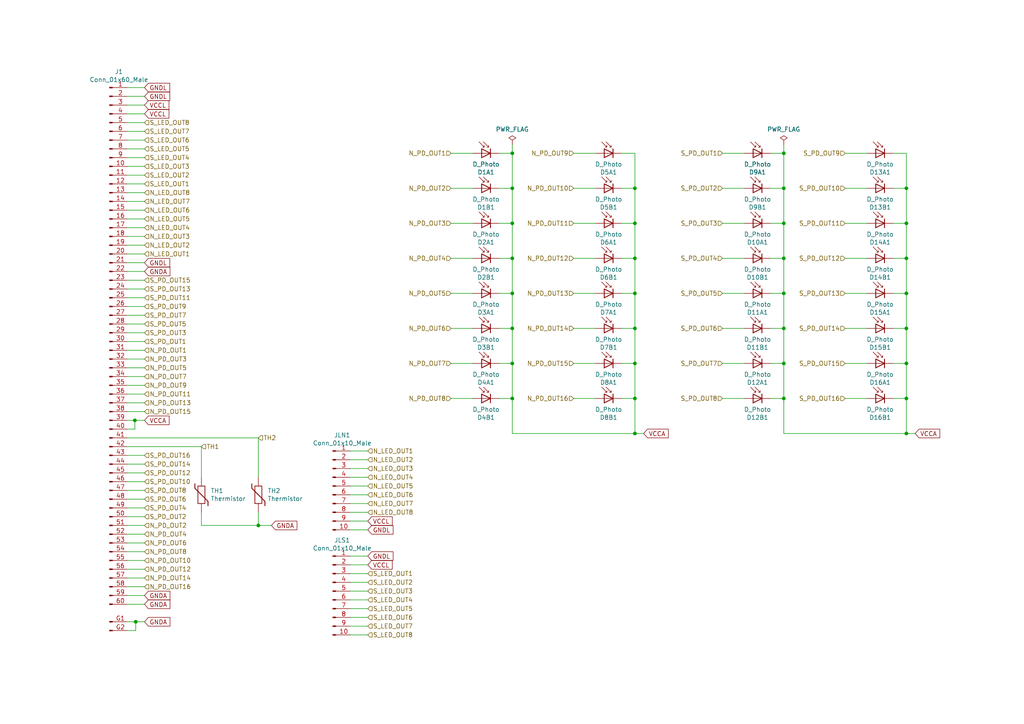
<source format=kicad_sch>
(kicad_sch (version 20211123) (generator eeschema)
  (paper "A4")
  (lib_symbols
    (symbol "Connector:Conn_01x10_Male" (pin_names (offset 1.016) hide)
      (property "Reference" "J" (at 0 12.7 0))
      (property "Value" "Conn_01x10_Male" (at 0 -15.24 0))
      (symbol "Conn_01x10_Male_1_1"
        (polyline (pts (xy 1.27 -12.7) (xy 0.8636 -12.7)) (stroke (width 0.1524)))
        (polyline (pts (xy 1.27 -10.16) (xy 0.8636 -10.16)) (stroke (width 0.1524)))
        (polyline (pts (xy 1.27 -7.62) (xy 0.8636 -7.62)) (stroke (width 0.1524)))
        (polyline (pts (xy 1.27 -5.08) (xy 0.8636 -5.08)) (stroke (width 0.1524)))
        (polyline (pts (xy 1.27 -2.54) (xy 0.8636 -2.54)) (stroke (width 0.1524)))
        (polyline (pts (xy 1.27 0) (xy 0.8636 0)) (stroke (width 0.1524)))
        (polyline (pts (xy 1.27 2.54) (xy 0.8636 2.54)) (stroke (width 0.1524)))
        (polyline (pts (xy 1.27 5.08) (xy 0.8636 5.08)) (stroke (width 0.1524)))
        (polyline (pts (xy 1.27 7.62) (xy 0.8636 7.62)) (stroke (width 0.1524)))
        (polyline (pts (xy 1.27 10.16) (xy 0.8636 10.16)) (stroke (width 0.1524)))
        (rectangle (start 0.8636 -12.573) (end 0 -12.827) (stroke (width 0.1524)) (fill (type outline)))
        (rectangle (start 0.8636 -10.033) (end 0 -10.287) (stroke (width 0.1524)) (fill (type outline)))
        (rectangle (start 0.8636 -7.493) (end 0 -7.747) (stroke (width 0.1524)) (fill (type outline)))
        (rectangle (start 0.8636 -4.953) (end 0 -5.207) (stroke (width 0.1524)) (fill (type outline)))
        (rectangle (start 0.8636 -2.413) (end 0 -2.667) (stroke (width 0.1524)) (fill (type outline)))
        (rectangle (start 0.8636 0.127) (end 0 -0.127) (stroke (width 0.1524)) (fill (type outline)))
        (rectangle (start 0.8636 2.667) (end 0 2.413) (stroke (width 0.1524)) (fill (type outline)))
        (rectangle (start 0.8636 5.207) (end 0 4.953) (stroke (width 0.1524)) (fill (type outline)))
        (rectangle (start 0.8636 7.747) (end 0 7.493) (stroke (width 0.1524)) (fill (type outline)))
        (rectangle (start 0.8636 10.287) (end 0 10.033) (stroke (width 0.1524)) (fill (type outline)))
        (pin passive line (at 5.08 10.16 180) (length 3.81) (name "Pin_1") (number "1"))
        (pin passive line (at 5.08 -12.7 180) (length 3.81) (name "Pin_10") (number "10"))
        (pin passive line (at 5.08 7.62 180) (length 3.81) (name "Pin_2") (number "2"))
        (pin passive line (at 5.08 5.08 180) (length 3.81) (name "Pin_3") (number "3"))
        (pin passive line (at 5.08 2.54 180) (length 3.81) (name "Pin_4") (number "4"))
        (pin passive line (at 5.08 0 180) (length 3.81) (name "Pin_5") (number "5"))
        (pin passive line (at 5.08 -2.54 180) (length 3.81) (name "Pin_6") (number "6"))
        (pin passive line (at 5.08 -5.08 180) (length 3.81) (name "Pin_7") (number "7"))
        (pin passive line (at 5.08 -7.62 180) (length 3.81) (name "Pin_8") (number "8"))
        (pin passive line (at 5.08 -10.16 180) (length 3.81) (name "Pin_9") (number "9"))
      )
    )
    (symbol "Device:D_Photo" (pin_numbers hide) (pin_names hide)
      (property "Reference" "D" (at 0.508 1.778 0))
      (property "Value" "D_Photo" (at -1.016 -2.794 0))
      (symbol "D_Photo_0_1"
        (polyline (pts (xy -2.54 1.27) (xy -2.54 -1.27)) (stroke (width 0.254)))
        (polyline (pts (xy -2.032 1.778) (xy -1.524 1.778)))
        (polyline (pts (xy 0 0) (xy -2.54 0)))
        (polyline (pts (xy -0.508 3.302) (xy -2.032 1.778) (xy -2.032 2.286)))
        (polyline (pts (xy 0 -1.27) (xy 0 1.27) (xy -2.54 0) (xy 0 -1.27)) (stroke (width 0.254)))
        (polyline (pts (xy 0.762 3.302) (xy -0.762 1.778) (xy -0.762 2.286) (xy -0.762 1.778) (xy -0.254 1.778)))
      )
      (symbol "D_Photo_1_1"
        (pin passive line (at -5.08 0 0) (length 2.54) (name "K") (number "1"))
        (pin passive line (at 2.54 0 180) (length 2.54) (name "A") (number "2"))
      )
    )
    (symbol "Device:Thermistor" (pin_numbers hide) (pin_names (offset 0))
      (property "Reference" "TH" (at 2.54 1.27 90))
      (property "Value" "Thermistor" (at -2.54 0 90))
      (symbol "Thermistor_0_1"
        (rectangle (start -1.016 2.54) (end 1.016 -2.54) (stroke (width 0.2032)))
        (polyline (pts (xy -1.905 3.175) (xy -1.905 1.905) (xy 1.905 -1.905) (xy 1.905 -3.175) (xy 1.905 -3.175)) (stroke (width 0.254)))
      )
      (symbol "Thermistor_1_1"
        (pin passive line (at 0 5.08 270) (length 2.54) (name "~") (number "1"))
        (pin passive line (at 0 -5.08 90) (length 2.54) (name "~") (number "2"))
      )
    )
    (symbol "Ninja-qPCR:Conn_01x60_Male" (pin_names (offset 1.016) hide)
      (property "Reference" "J" (at 0 50.8 0))
      (property "Value" "Conn_01x60_Male" (at 1.27 -113.03 0))
      (symbol "Conn_01x60_Male_1_1"
        (polyline (pts (xy 1.27 -109.22) (xy 0.8636 -109.22)) (stroke (width 0.1524)))
        (polyline (pts (xy 1.27 -106.68) (xy 0.8636 -106.68)) (stroke (width 0.1524)))
        (polyline (pts (xy 1.27 -101.6) (xy 0.8636 -101.6)) (stroke (width 0.1524)))
        (polyline (pts (xy 1.27 -99.06) (xy 0.8636 -99.06)) (stroke (width 0.1524)))
        (polyline (pts (xy 1.27 -96.52) (xy 0.8636 -96.52)) (stroke (width 0.1524)))
        (polyline (pts (xy 1.27 -93.98) (xy 0.8636 -93.98)) (stroke (width 0.1524)))
        (polyline (pts (xy 1.27 -91.44) (xy 0.8636 -91.44)) (stroke (width 0.1524)))
        (polyline (pts (xy 1.27 -88.9) (xy 0.8636 -88.9)) (stroke (width 0.1524)))
        (polyline (pts (xy 1.27 -86.36) (xy 0.8636 -86.36)) (stroke (width 0.1524)))
        (polyline (pts (xy 1.27 -83.82) (xy 0.8636 -83.82)) (stroke (width 0.1524)))
        (polyline (pts (xy 1.27 -81.28) (xy 0.8636 -81.28)) (stroke (width 0.1524)))
        (polyline (pts (xy 1.27 -78.74) (xy 0.8636 -78.74)) (stroke (width 0.1524)))
        (polyline (pts (xy 1.27 -76.2) (xy 0.8636 -76.2)) (stroke (width 0.1524)))
        (polyline (pts (xy 1.27 -73.66) (xy 0.8636 -73.66)) (stroke (width 0.1524)))
        (polyline (pts (xy 1.27 -71.12) (xy 0.8636 -71.12)) (stroke (width 0.1524)))
        (polyline (pts (xy 1.27 -68.58) (xy 0.8636 -68.58)) (stroke (width 0.1524)))
        (polyline (pts (xy 1.27 -66.04) (xy 0.8636 -66.04)) (stroke (width 0.1524)))
        (polyline (pts (xy 1.27 -63.5) (xy 0.8636 -63.5)) (stroke (width 0.1524)))
        (polyline (pts (xy 1.27 -60.96) (xy 0.8636 -60.96)) (stroke (width 0.1524)))
        (polyline (pts (xy 1.27 -58.42) (xy 0.8636 -58.42)) (stroke (width 0.1524)))
        (polyline (pts (xy 1.27 -55.88) (xy 0.8636 -55.88)) (stroke (width 0.1524)))
        (polyline (pts (xy 1.27 -53.34) (xy 0.8636 -53.34)) (stroke (width 0.1524)))
        (polyline (pts (xy 1.27 -50.8) (xy 0.8636 -50.8)) (stroke (width 0.1524)))
        (polyline (pts (xy 1.27 -48.26) (xy 0.8636 -48.26)) (stroke (width 0.1524)))
        (polyline (pts (xy 1.27 -45.72) (xy 0.8636 -45.72)) (stroke (width 0.1524)))
        (polyline (pts (xy 1.27 -43.18) (xy 0.8636 -43.18)) (stroke (width 0.1524)))
        (polyline (pts (xy 1.27 -40.64) (xy 0.8636 -40.64)) (stroke (width 0.1524)))
        (polyline (pts (xy 1.27 -38.1) (xy 0.8636 -38.1)) (stroke (width 0.1524)))
        (polyline (pts (xy 1.27 -35.56) (xy 0.8636 -35.56)) (stroke (width 0.1524)))
        (polyline (pts (xy 1.27 -33.02) (xy 0.8636 -33.02)) (stroke (width 0.1524)))
        (polyline (pts (xy 1.27 -30.48) (xy 0.8636 -30.48)) (stroke (width 0.1524)))
        (polyline (pts (xy 1.27 -27.94) (xy 0.8636 -27.94)) (stroke (width 0.1524)))
        (polyline (pts (xy 1.27 -25.4) (xy 0.8636 -25.4)) (stroke (width 0.1524)))
        (polyline (pts (xy 1.27 -22.86) (xy 0.8636 -22.86)) (stroke (width 0.1524)))
        (polyline (pts (xy 1.27 -20.32) (xy 0.8636 -20.32)) (stroke (width 0.1524)))
        (polyline (pts (xy 1.27 -17.78) (xy 0.8636 -17.78)) (stroke (width 0.1524)))
        (polyline (pts (xy 1.27 -15.24) (xy 0.8636 -15.24)) (stroke (width 0.1524)))
        (polyline (pts (xy 1.27 -12.7) (xy 0.8636 -12.7)) (stroke (width 0.1524)))
        (polyline (pts (xy 1.27 -10.16) (xy 0.8636 -10.16)) (stroke (width 0.1524)))
        (polyline (pts (xy 1.27 -7.62) (xy 0.8636 -7.62)) (stroke (width 0.1524)))
        (polyline (pts (xy 1.27 -5.08) (xy 0.8636 -5.08)) (stroke (width 0.1524)))
        (polyline (pts (xy 1.27 -2.54) (xy 0.8636 -2.54)) (stroke (width 0.1524)))
        (polyline (pts (xy 1.27 0) (xy 0.8636 0)) (stroke (width 0.1524)))
        (polyline (pts (xy 1.27 2.54) (xy 0.8636 2.54)) (stroke (width 0.1524)))
        (polyline (pts (xy 1.27 5.08) (xy 0.8636 5.08)) (stroke (width 0.1524)))
        (polyline (pts (xy 1.27 7.62) (xy 0.8636 7.62)) (stroke (width 0.1524)))
        (polyline (pts (xy 1.27 10.16) (xy 0.8636 10.16)) (stroke (width 0.1524)))
        (polyline (pts (xy 1.27 12.7) (xy 0.8636 12.7)) (stroke (width 0.1524)))
        (polyline (pts (xy 1.27 15.24) (xy 0.8636 15.24)) (stroke (width 0.1524)))
        (polyline (pts (xy 1.27 17.78) (xy 0.8636 17.78)) (stroke (width 0.1524)))
        (polyline (pts (xy 1.27 20.32) (xy 0.8636 20.32)) (stroke (width 0.1524)))
        (polyline (pts (xy 1.27 22.86) (xy 0.8636 22.86)) (stroke (width 0.1524)))
        (polyline (pts (xy 1.27 25.4) (xy 0.8636 25.4)) (stroke (width 0.1524)))
        (polyline (pts (xy 1.27 27.94) (xy 0.8636 27.94)) (stroke (width 0.1524)))
        (polyline (pts (xy 1.27 30.48) (xy 0.8636 30.48)) (stroke (width 0.1524)))
        (polyline (pts (xy 1.27 33.02) (xy 0.8636 33.02)) (stroke (width 0.1524)))
        (polyline (pts (xy 1.27 35.56) (xy 0.8636 35.56)) (stroke (width 0.1524)))
        (polyline (pts (xy 1.27 38.1) (xy 0.8636 38.1)) (stroke (width 0.1524)))
        (polyline (pts (xy 1.27 40.64) (xy 0.8636 40.64)) (stroke (width 0.1524)))
        (polyline (pts (xy 1.27 43.18) (xy 0.8636 43.18)) (stroke (width 0.1524)))
        (polyline (pts (xy 1.27 45.72) (xy 0.8636 45.72)) (stroke (width 0.1524)))
        (polyline (pts (xy 1.27 48.26) (xy 0.8636 48.26)) (stroke (width 0.1524)))
        (rectangle (start 0.8636 -109.093) (end 0 -109.347) (stroke (width 0.1524)) (fill (type outline)))
        (rectangle (start 0.8636 -106.553) (end 0 -106.807) (stroke (width 0.1524)) (fill (type outline)))
        (rectangle (start 0.8636 -101.473) (end 0 -101.727) (stroke (width 0.1524)) (fill (type outline)))
        (rectangle (start 0.8636 -98.933) (end 0 -99.187) (stroke (width 0.1524)) (fill (type outline)))
        (rectangle (start 0.8636 -96.393) (end 0 -96.647) (stroke (width 0.1524)) (fill (type outline)))
        (rectangle (start 0.8636 -93.853) (end 0 -94.107) (stroke (width 0.1524)) (fill (type outline)))
        (rectangle (start 0.8636 -91.313) (end 0 -91.567) (stroke (width 0.1524)) (fill (type outline)))
        (rectangle (start 0.8636 -88.773) (end 0 -89.027) (stroke (width 0.1524)) (fill (type outline)))
        (rectangle (start 0.8636 -86.233) (end 0 -86.487) (stroke (width 0.1524)) (fill (type outline)))
        (rectangle (start 0.8636 -83.693) (end 0 -83.947) (stroke (width 0.1524)) (fill (type outline)))
        (rectangle (start 0.8636 -81.153) (end 0 -81.407) (stroke (width 0.1524)) (fill (type outline)))
        (rectangle (start 0.8636 -78.613) (end 0 -78.867) (stroke (width 0.1524)) (fill (type outline)))
        (rectangle (start 0.8636 -76.073) (end 0 -76.327) (stroke (width 0.1524)) (fill (type outline)))
        (rectangle (start 0.8636 -73.533) (end 0 -73.787) (stroke (width 0.1524)) (fill (type outline)))
        (rectangle (start 0.8636 -70.993) (end 0 -71.247) (stroke (width 0.1524)) (fill (type outline)))
        (rectangle (start 0.8636 -68.453) (end 0 -68.707) (stroke (width 0.1524)) (fill (type outline)))
        (rectangle (start 0.8636 -65.913) (end 0 -66.167) (stroke (width 0.1524)) (fill (type outline)))
        (rectangle (start 0.8636 -63.373) (end 0 -63.627) (stroke (width 0.1524)) (fill (type outline)))
        (rectangle (start 0.8636 -60.833) (end 0 -61.087) (stroke (width 0.1524)) (fill (type outline)))
        (rectangle (start 0.8636 -58.293) (end 0 -58.547) (stroke (width 0.1524)) (fill (type outline)))
        (rectangle (start 0.8636 -55.753) (end 0 -56.007) (stroke (width 0.1524)) (fill (type outline)))
        (rectangle (start 0.8636 -53.213) (end 0 -53.467) (stroke (width 0.1524)) (fill (type outline)))
        (rectangle (start 0.8636 -50.673) (end 0 -50.927) (stroke (width 0.1524)) (fill (type outline)))
        (rectangle (start 0.8636 -48.133) (end 0 -48.387) (stroke (width 0.1524)) (fill (type outline)))
        (rectangle (start 0.8636 -45.593) (end 0 -45.847) (stroke (width 0.1524)) (fill (type outline)))
        (rectangle (start 0.8636 -43.053) (end 0 -43.307) (stroke (width 0.1524)) (fill (type outline)))
        (rectangle (start 0.8636 -40.513) (end 0 -40.767) (stroke (width 0.1524)) (fill (type outline)))
        (rectangle (start 0.8636 -37.973) (end 0 -38.227) (stroke (width 0.1524)) (fill (type outline)))
        (rectangle (start 0.8636 -35.433) (end 0 -35.687) (stroke (width 0.1524)) (fill (type outline)))
        (rectangle (start 0.8636 -32.893) (end 0 -33.147) (stroke (width 0.1524)) (fill (type outline)))
        (rectangle (start 0.8636 -30.353) (end 0 -30.607) (stroke (width 0.1524)) (fill (type outline)))
        (rectangle (start 0.8636 -27.813) (end 0 -28.067) (stroke (width 0.1524)) (fill (type outline)))
        (rectangle (start 0.8636 -25.273) (end 0 -25.527) (stroke (width 0.1524)) (fill (type outline)))
        (rectangle (start 0.8636 -22.733) (end 0 -22.987) (stroke (width 0.1524)) (fill (type outline)))
        (rectangle (start 0.8636 -20.193) (end 0 -20.447) (stroke (width 0.1524)) (fill (type outline)))
        (rectangle (start 0.8636 -17.653) (end 0 -17.907) (stroke (width 0.1524)) (fill (type outline)))
        (rectangle (start 0.8636 -15.113) (end 0 -15.367) (stroke (width 0.1524)) (fill (type outline)))
        (rectangle (start 0.8636 -12.573) (end 0 -12.827) (stroke (width 0.1524)) (fill (type outline)))
        (rectangle (start 0.8636 -10.033) (end 0 -10.287) (stroke (width 0.1524)) (fill (type outline)))
        (rectangle (start 0.8636 -7.493) (end 0 -7.747) (stroke (width 0.1524)) (fill (type outline)))
        (rectangle (start 0.8636 -4.953) (end 0 -5.207) (stroke (width 0.1524)) (fill (type outline)))
        (rectangle (start 0.8636 -2.413) (end 0 -2.667) (stroke (width 0.1524)) (fill (type outline)))
        (rectangle (start 0.8636 0.127) (end 0 -0.127) (stroke (width 0.1524)) (fill (type outline)))
        (rectangle (start 0.8636 2.667) (end 0 2.413) (stroke (width 0.1524)) (fill (type outline)))
        (rectangle (start 0.8636 5.207) (end 0 4.953) (stroke (width 0.1524)) (fill (type outline)))
        (rectangle (start 0.8636 7.747) (end 0 7.493) (stroke (width 0.1524)) (fill (type outline)))
        (rectangle (start 0.8636 10.287) (end 0 10.033) (stroke (width 0.1524)) (fill (type outline)))
        (rectangle (start 0.8636 12.827) (end 0 12.573) (stroke (width 0.1524)) (fill (type outline)))
        (rectangle (start 0.8636 15.367) (end 0 15.113) (stroke (width 0.1524)) (fill (type outline)))
        (rectangle (start 0.8636 17.907) (end 0 17.653) (stroke (width 0.1524)) (fill (type outline)))
        (rectangle (start 0.8636 20.447) (end 0 20.193) (stroke (width 0.1524)) (fill (type outline)))
        (rectangle (start 0.8636 22.987) (end 0 22.733) (stroke (width 0.1524)) (fill (type outline)))
        (rectangle (start 0.8636 25.527) (end 0 25.273) (stroke (width 0.1524)) (fill (type outline)))
        (rectangle (start 0.8636 28.067) (end 0 27.813) (stroke (width 0.1524)) (fill (type outline)))
        (rectangle (start 0.8636 30.607) (end 0 30.353) (stroke (width 0.1524)) (fill (type outline)))
        (rectangle (start 0.8636 33.147) (end 0 32.893) (stroke (width 0.1524)) (fill (type outline)))
        (rectangle (start 0.8636 35.687) (end 0 35.433) (stroke (width 0.1524)) (fill (type outline)))
        (rectangle (start 0.8636 38.227) (end 0 37.973) (stroke (width 0.1524)) (fill (type outline)))
        (rectangle (start 0.8636 40.767) (end 0 40.513) (stroke (width 0.1524)) (fill (type outline)))
        (rectangle (start 0.8636 43.307) (end 0 43.053) (stroke (width 0.1524)) (fill (type outline)))
        (rectangle (start 0.8636 45.847) (end 0 45.593) (stroke (width 0.1524)) (fill (type outline)))
        (rectangle (start 0.8636 48.387) (end 0 48.133) (stroke (width 0.1524)) (fill (type outline)))
        (pin passive line (at 5.08 48.26 180) (length 3.81) (name "Pin_1") (number "1"))
        (pin passive line (at 5.08 25.4 180) (length 3.81) (name "Pin_10") (number "10"))
        (pin passive line (at 5.08 22.86 180) (length 3.81) (name "Pin_11") (number "11"))
        (pin passive line (at 5.08 20.32 180) (length 3.81) (name "Pin_12") (number "12"))
        (pin passive line (at 5.08 17.78 180) (length 3.81) (name "Pin_13") (number "13"))
        (pin passive line (at 5.08 15.24 180) (length 3.81) (name "Pin_14") (number "14"))
        (pin passive line (at 5.08 12.7 180) (length 3.81) (name "Pin_15") (number "15"))
        (pin passive line (at 5.08 10.16 180) (length 3.81) (name "Pin_16") (number "16"))
        (pin passive line (at 5.08 7.62 180) (length 3.81) (name "Pin_17") (number "17"))
        (pin passive line (at 5.08 5.08 180) (length 3.81) (name "Pin_18") (number "18"))
        (pin passive line (at 5.08 2.54 180) (length 3.81) (name "Pin_19") (number "19"))
        (pin passive line (at 5.08 45.72 180) (length 3.81) (name "Pin_2") (number "2"))
        (pin passive line (at 5.08 0 180) (length 3.81) (name "Pin_20") (number "20"))
        (pin passive line (at 5.08 -2.54 180) (length 3.81) (name "Pin_21") (number "21"))
        (pin passive line (at 5.08 -5.08 180) (length 3.81) (name "Pin_22") (number "22"))
        (pin passive line (at 5.08 -7.62 180) (length 3.81) (name "Pin_23") (number "23"))
        (pin passive line (at 5.08 -10.16 180) (length 3.81) (name "Pin_24") (number "24"))
        (pin passive line (at 5.08 -12.7 180) (length 3.81) (name "Pin_25") (number "25"))
        (pin passive line (at 5.08 -15.24 180) (length 3.81) (name "Pin_26") (number "26"))
        (pin passive line (at 5.08 -17.78 180) (length 3.81) (name "Pin_27") (number "27"))
        (pin passive line (at 5.08 -20.32 180) (length 3.81) (name "Pin_28") (number "28"))
        (pin passive line (at 5.08 -22.86 180) (length 3.81) (name "Pin_29") (number "29"))
        (pin passive line (at 5.08 43.18 180) (length 3.81) (name "Pin_3") (number "3"))
        (pin passive line (at 5.08 -25.4 180) (length 3.81) (name "Pin_30") (number "30"))
        (pin passive line (at 5.08 -27.94 180) (length 3.81) (name "Pin_31") (number "31"))
        (pin passive line (at 5.08 -30.48 180) (length 3.81) (name "Pin_32") (number "32"))
        (pin passive line (at 5.08 -33.02 180) (length 3.81) (name "Pin_33") (number "33"))
        (pin passive line (at 5.08 -35.56 180) (length 3.81) (name "Pin_34") (number "34"))
        (pin passive line (at 5.08 -38.1 180) (length 3.81) (name "Pin_35") (number "35"))
        (pin passive line (at 5.08 -40.64 180) (length 3.81) (name "Pin_36") (number "36"))
        (pin passive line (at 5.08 -43.18 180) (length 3.81) (name "Pin_37") (number "37"))
        (pin passive line (at 5.08 -45.72 180) (length 3.81) (name "Pin_38") (number "38"))
        (pin passive line (at 5.08 -48.26 180) (length 3.81) (name "Pin_39") (number "39"))
        (pin passive line (at 5.08 40.64 180) (length 3.81) (name "Pin_4") (number "4"))
        (pin passive line (at 5.08 -50.8 180) (length 3.81) (name "Pin_40") (number "40"))
        (pin passive line (at 5.08 -53.34 180) (length 3.81) (name "Pin_41") (number "41"))
        (pin passive line (at 5.08 -55.88 180) (length 3.81) (name "Pin_42") (number "42"))
        (pin passive line (at 5.08 -58.42 180) (length 3.81) (name "Pin_43") (number "43"))
        (pin passive line (at 5.08 -60.96 180) (length 3.81) (name "Pin_44") (number "44"))
        (pin passive line (at 5.08 -63.5 180) (length 3.81) (name "Pin_45") (number "45"))
        (pin passive line (at 5.08 -66.04 180) (length 3.81) (name "Pin_46") (number "46"))
        (pin passive line (at 5.08 -68.58 180) (length 3.81) (name "Pin_47") (number "47"))
        (pin passive line (at 5.08 -71.12 180) (length 3.81) (name "Pin_48") (number "48"))
        (pin passive line (at 5.08 -73.66 180) (length 3.81) (name "Pin_49") (number "49"))
        (pin passive line (at 5.08 38.1 180) (length 3.81) (name "Pin_5") (number "5"))
        (pin passive line (at 5.08 -76.2 180) (length 3.81) (name "Pin_50") (number "50"))
        (pin passive line (at 5.08 -78.74 180) (length 3.81) (name "Pin_51") (number "51"))
        (pin passive line (at 5.08 -81.28 180) (length 3.81) (name "Pin_52") (number "52"))
        (pin passive line (at 5.08 -83.82 180) (length 3.81) (name "Pin_53") (number "53"))
        (pin passive line (at 5.08 -86.36 180) (length 3.81) (name "Pin_54") (number "54"))
        (pin passive line (at 5.08 -88.9 180) (length 3.81) (name "Pin_55") (number "55"))
        (pin passive line (at 5.08 -91.44 180) (length 3.81) (name "Pin_56") (number "56"))
        (pin passive line (at 5.08 -93.98 180) (length 3.81) (name "Pin_57") (number "57"))
        (pin passive line (at 5.08 -96.52 180) (length 3.81) (name "Pin_58") (number "58"))
        (pin passive line (at 5.08 -99.06 180) (length 3.81) (name "Pin_59") (number "59"))
        (pin passive line (at 5.08 35.56 180) (length 3.81) (name "Pin_6") (number "6"))
        (pin passive line (at 5.08 -101.6 180) (length 3.81) (name "Pin_60") (number "60"))
        (pin passive line (at 5.08 33.02 180) (length 3.81) (name "Pin_7") (number "7"))
        (pin passive line (at 5.08 30.48 180) (length 3.81) (name "Pin_8") (number "8"))
        (pin passive line (at 5.08 27.94 180) (length 3.81) (name "Pin_9") (number "9"))
        (pin passive line (at 5.08 -106.68 180) (length 3.81) (name "Pin_G1") (number "G1"))
        (pin passive line (at 5.08 -109.22 180) (length 3.81) (name "Pin_G2") (number "G2"))
      )
    )
    (symbol "power:PWR_FLAG" (power) (pin_numbers hide) (pin_names (offset 0) hide)
      (property "Value" "PWR_FLAG" (at 0 3.81 0))
      (symbol "PWR_FLAG_0_0"
        (pin power_out line (at 0 0 90) (length 0) (name "pwr") (number "1"))
      )
      (symbol "PWR_FLAG_0_1"
        (polyline (pts (xy 0 0) (xy 0 1.27) (xy -1.016 1.905) (xy 0 2.54) (xy 1.016 1.905) (xy 0 1.27)))
      )
    )
  )
  (junction (at 227.33 74.93))
  (junction (at 262.89 54.61))
  (junction (at 262.89 95.25))
  (junction (at 184.15 74.93))
  (junction (at 184.15 54.61))
  (junction (at 262.89 125.73))
  (junction (at 262.89 74.93))
  (junction (at 148.59 105.41))
  (junction (at 262.89 115.57))
  (junction (at 148.59 95.25))
  (junction (at 227.33 115.57))
  (junction (at 227.33 95.25))
  (junction (at 148.59 44.45))
  (junction (at 148.59 54.61))
  (junction (at 184.15 115.57))
  (junction (at 39.37 180.34))
  (junction (at 184.15 64.77))
  (junction (at 227.33 54.61))
  (junction (at 262.89 85.09))
  (junction (at 184.15 85.09))
  (junction (at 148.59 74.93))
  (junction (at 227.33 105.41))
  (junction (at 227.33 44.45))
  (junction (at 227.33 64.77))
  (junction (at 148.59 115.57))
  (junction (at 262.89 105.41))
  (junction (at 148.59 64.77))
  (junction (at 184.15 125.73))
  (junction (at 184.15 105.41))
  (junction (at 227.33 85.09))
  (junction (at 74.93 152.4))
  (junction (at 184.15 95.25))
  (junction (at 39.116 121.92))
  (junction (at 262.89 64.77))
  (junction (at 148.59 85.09))
  (wire (pts (xy 36.83 63.5) (xy 41.91 63.5)))
  (wire (pts (xy 36.83 73.66) (xy 41.91 73.66)))
  (wire (pts (xy 166.37 64.77) (xy 172.72 64.77)))
  (wire (pts (xy 39.116 121.92) (xy 41.91 121.92)))
  (wire (pts (xy 36.83 157.48) (xy 41.91 157.48)))
  (wire (pts (xy 74.93 148.59) (xy 74.93 152.4)))
  (wire (pts (xy 39.37 182.88) (xy 39.37 180.34)))
  (wire (pts (xy 106.68 168.91) (xy 101.6 168.91)))
  (wire (pts (xy 166.37 85.09) (xy 172.72 85.09)))
  (wire (pts (xy 227.33 54.61) (xy 227.33 64.77)))
  (wire (pts (xy 180.34 64.77) (xy 184.15 64.77)))
  (wire (pts (xy 209.55 54.61) (xy 215.9 54.61)))
  (wire (pts (xy 180.34 74.93) (xy 184.15 74.93)))
  (wire (pts (xy 41.91 165.1) (xy 36.83 165.1)))
  (wire (pts (xy 148.59 54.61) (xy 148.59 64.77)))
  (wire (pts (xy 259.08 44.45) (xy 262.89 44.45)))
  (wire (pts (xy 223.52 85.09) (xy 227.33 85.09)))
  (wire (pts (xy 144.78 74.93) (xy 148.59 74.93)))
  (wire (pts (xy 184.15 95.25) (xy 184.15 105.41)))
  (wire (pts (xy 166.37 54.61) (xy 172.72 54.61)))
  (wire (pts (xy 41.91 114.3) (xy 36.83 114.3)))
  (wire (pts (xy 101.6 133.35) (xy 106.68 133.35)))
  (wire (pts (xy 41.91 170.18) (xy 36.83 170.18)))
  (wire (pts (xy 106.68 184.15) (xy 101.6 184.15)))
  (wire (pts (xy 144.78 64.77) (xy 148.59 64.77)))
  (wire (pts (xy 245.11 85.09) (xy 251.46 85.09)))
  (wire (pts (xy 144.78 44.45) (xy 148.59 44.45)))
  (wire (pts (xy 36.83 162.56) (xy 41.91 162.56)))
  (wire (pts (xy 227.33 74.93) (xy 227.33 85.09)))
  (wire (pts (xy 259.08 115.57) (xy 262.89 115.57)))
  (wire (pts (xy 144.78 85.09) (xy 148.59 85.09)))
  (wire (pts (xy 36.83 106.68) (xy 41.91 106.68)))
  (wire (pts (xy 148.59 44.45) (xy 148.59 54.61)))
  (wire (pts (xy 36.83 27.94) (xy 41.91 27.94)))
  (wire (pts (xy 227.33 85.09) (xy 227.33 95.25)))
  (wire (pts (xy 39.116 124.46) (xy 39.116 121.92)))
  (wire (pts (xy 36.83 124.46) (xy 39.116 124.46)))
  (wire (pts (xy 209.55 85.09) (xy 215.9 85.09)))
  (wire (pts (xy 36.83 45.72) (xy 41.91 45.72)))
  (wire (pts (xy 262.89 95.25) (xy 262.89 105.41)))
  (wire (pts (xy 36.83 147.32) (xy 41.91 147.32)))
  (wire (pts (xy 223.52 74.93) (xy 227.33 74.93)))
  (wire (pts (xy 36.83 58.42) (xy 41.91 58.42)))
  (wire (pts (xy 36.83 43.18) (xy 41.91 43.18)))
  (wire (pts (xy 36.83 68.58) (xy 41.91 68.58)))
  (wire (pts (xy 36.83 76.2) (xy 41.91 76.2)))
  (wire (pts (xy 36.83 182.88) (xy 39.37 182.88)))
  (wire (pts (xy 209.55 64.77) (xy 215.9 64.77)))
  (wire (pts (xy 41.91 139.7) (xy 36.83 139.7)))
  (wire (pts (xy 106.68 140.97) (xy 101.6 140.97)))
  (wire (pts (xy 74.93 127) (xy 74.93 138.43)))
  (wire (pts (xy 36.83 33.02) (xy 41.91 33.02)))
  (wire (pts (xy 184.15 105.41) (xy 184.15 115.57)))
  (wire (pts (xy 144.78 95.25) (xy 148.59 95.25)))
  (wire (pts (xy 130.81 85.09) (xy 137.16 85.09)))
  (wire (pts (xy 148.59 64.77) (xy 148.59 74.93)))
  (wire (pts (xy 184.15 44.45) (xy 184.15 54.61)))
  (wire (pts (xy 180.34 115.57) (xy 184.15 115.57)))
  (wire (pts (xy 166.37 95.25) (xy 172.72 95.25)))
  (wire (pts (xy 36.83 137.16) (xy 41.91 137.16)))
  (wire (pts (xy 74.93 152.4) (xy 78.74 152.4)))
  (wire (pts (xy 106.68 146.05) (xy 101.6 146.05)))
  (wire (pts (xy 223.52 115.57) (xy 227.33 115.57)))
  (wire (pts (xy 41.91 149.86) (xy 36.83 149.86)))
  (wire (pts (xy 148.59 115.57) (xy 148.59 125.73)))
  (wire (pts (xy 184.15 115.57) (xy 184.15 125.73)))
  (wire (pts (xy 36.83 167.64) (xy 41.91 167.64)))
  (wire (pts (xy 259.08 54.61) (xy 262.89 54.61)))
  (wire (pts (xy 209.55 105.41) (xy 215.9 105.41)))
  (wire (pts (xy 36.83 142.24) (xy 41.91 142.24)))
  (wire (pts (xy 101.6 143.51) (xy 106.68 143.51)))
  (wire (pts (xy 180.34 95.25) (xy 184.15 95.25)))
  (wire (pts (xy 245.11 44.45) (xy 251.46 44.45)))
  (wire (pts (xy 36.83 121.92) (xy 39.116 121.92)))
  (wire (pts (xy 36.83 175.26) (xy 41.91 175.26)))
  (wire (pts (xy 58.42 129.54) (xy 58.42 138.43)))
  (wire (pts (xy 144.78 115.57) (xy 148.59 115.57)))
  (wire (pts (xy 209.55 74.93) (xy 215.9 74.93)))
  (wire (pts (xy 41.91 160.02) (xy 36.83 160.02)))
  (wire (pts (xy 36.83 180.34) (xy 39.37 180.34)))
  (wire (pts (xy 101.6 153.67) (xy 106.68 153.67)))
  (wire (pts (xy 36.83 60.96) (xy 41.91 60.96)))
  (wire (pts (xy 144.78 105.41) (xy 148.59 105.41)))
  (wire (pts (xy 36.83 53.34) (xy 41.91 53.34)))
  (wire (pts (xy 101.6 138.43) (xy 106.68 138.43)))
  (wire (pts (xy 259.08 85.09) (xy 262.89 85.09)))
  (wire (pts (xy 106.68 130.81) (xy 101.6 130.81)))
  (wire (pts (xy 41.91 134.62) (xy 36.83 134.62)))
  (wire (pts (xy 41.91 99.06) (xy 36.83 99.06)))
  (wire (pts (xy 106.68 171.45) (xy 101.6 171.45)))
  (wire (pts (xy 36.83 30.48) (xy 41.91 30.48)))
  (wire (pts (xy 36.83 101.6) (xy 41.91 101.6)))
  (wire (pts (xy 259.08 105.41) (xy 262.89 105.41)))
  (wire (pts (xy 262.89 85.09) (xy 262.89 95.25)))
  (wire (pts (xy 180.34 44.45) (xy 184.15 44.45)))
  (wire (pts (xy 106.68 173.99) (xy 101.6 173.99)))
  (wire (pts (xy 180.34 85.09) (xy 184.15 85.09)))
  (wire (pts (xy 36.83 48.26) (xy 41.91 48.26)))
  (wire (pts (xy 227.33 115.57) (xy 227.33 125.73)))
  (wire (pts (xy 245.11 105.41) (xy 251.46 105.41)))
  (wire (pts (xy 130.81 44.45) (xy 137.16 44.45)))
  (wire (pts (xy 36.83 116.84) (xy 41.91 116.84)))
  (wire (pts (xy 180.34 54.61) (xy 184.15 54.61)))
  (wire (pts (xy 36.83 40.64) (xy 41.91 40.64)))
  (wire (pts (xy 106.68 135.89) (xy 101.6 135.89)))
  (wire (pts (xy 184.15 85.09) (xy 184.15 95.25)))
  (wire (pts (xy 148.59 105.41) (xy 148.59 115.57)))
  (wire (pts (xy 130.81 64.77) (xy 137.16 64.77)))
  (wire (pts (xy 36.83 111.76) (xy 41.91 111.76)))
  (wire (pts (xy 148.59 85.09) (xy 148.59 95.25)))
  (wire (pts (xy 184.15 74.93) (xy 184.15 85.09)))
  (wire (pts (xy 245.11 64.77) (xy 251.46 64.77)))
  (wire (pts (xy 184.15 125.73) (xy 148.59 125.73)))
  (wire (pts (xy 36.83 35.56) (xy 41.91 35.56)))
  (wire (pts (xy 148.59 95.25) (xy 148.59 105.41)))
  (wire (pts (xy 245.11 74.93) (xy 251.46 74.93)))
  (wire (pts (xy 36.83 129.54) (xy 58.42 129.54)))
  (wire (pts (xy 36.83 127) (xy 74.93 127)))
  (wire (pts (xy 223.52 54.61) (xy 227.33 54.61)))
  (wire (pts (xy 227.33 64.77) (xy 227.33 74.93)))
  (wire (pts (xy 227.33 105.41) (xy 227.33 115.57)))
  (wire (pts (xy 36.83 38.1) (xy 41.91 38.1)))
  (wire (pts (xy 259.08 95.25) (xy 262.89 95.25)))
  (wire (pts (xy 223.52 64.77) (xy 227.33 64.77)))
  (wire (pts (xy 184.15 54.61) (xy 184.15 64.77)))
  (wire (pts (xy 180.34 105.41) (xy 184.15 105.41)))
  (wire (pts (xy 262.89 105.41) (xy 262.89 115.57)))
  (wire (pts (xy 262.89 54.61) (xy 262.89 64.77)))
  (wire (pts (xy 36.83 81.28) (xy 41.91 81.28)))
  (wire (pts (xy 262.89 64.77) (xy 262.89 74.93)))
  (wire (pts (xy 106.68 151.13) (xy 101.6 151.13)))
  (wire (pts (xy 265.43 125.73) (xy 262.89 125.73)))
  (wire (pts (xy 36.83 152.4) (xy 41.91 152.4)))
  (wire (pts (xy 262.89 74.93) (xy 262.89 85.09)))
  (wire (pts (xy 101.6 148.59) (xy 106.68 148.59)))
  (wire (pts (xy 130.81 105.41) (xy 137.16 105.41)))
  (wire (pts (xy 209.55 95.25) (xy 215.9 95.25)))
  (wire (pts (xy 148.59 41.91) (xy 148.59 44.45)))
  (wire (pts (xy 245.11 95.25) (xy 251.46 95.25)))
  (wire (pts (xy 227.33 95.25) (xy 227.33 105.41)))
  (wire (pts (xy 144.78 54.61) (xy 148.59 54.61)))
  (wire (pts (xy 36.83 96.52) (xy 41.91 96.52)))
  (wire (pts (xy 36.83 55.88) (xy 41.91 55.88)))
  (wire (pts (xy 106.68 179.07) (xy 101.6 179.07)))
  (wire (pts (xy 186.69 125.73) (xy 184.15 125.73)))
  (wire (pts (xy 227.33 44.45) (xy 227.33 54.61)))
  (wire (pts (xy 36.83 78.74) (xy 41.91 78.74)))
  (wire (pts (xy 259.08 64.77) (xy 262.89 64.77)))
  (wire (pts (xy 58.42 152.4) (xy 74.93 152.4)))
  (wire (pts (xy 36.83 91.44) (xy 41.91 91.44)))
  (wire (pts (xy 209.55 115.57) (xy 215.9 115.57)))
  (wire (pts (xy 36.83 50.8) (xy 41.91 50.8)))
  (wire (pts (xy 262.89 44.45) (xy 262.89 54.61)))
  (wire (pts (xy 41.91 104.14) (xy 36.83 104.14)))
  (wire (pts (xy 245.11 54.61) (xy 251.46 54.61)))
  (wire (pts (xy 148.59 74.93) (xy 148.59 85.09)))
  (wire (pts (xy 130.81 54.61) (xy 137.16 54.61)))
  (wire (pts (xy 166.37 44.45) (xy 172.72 44.45)))
  (wire (pts (xy 262.89 125.73) (xy 227.33 125.73)))
  (wire (pts (xy 166.37 74.93) (xy 172.72 74.93)))
  (wire (pts (xy 106.68 161.29) (xy 101.6 161.29)))
  (wire (pts (xy 41.91 119.38) (xy 36.83 119.38)))
  (wire (pts (xy 106.68 163.83) (xy 101.6 163.83)))
  (wire (pts (xy 223.52 105.41) (xy 227.33 105.41)))
  (wire (pts (xy 41.91 93.98) (xy 36.83 93.98)))
  (wire (pts (xy 262.89 115.57) (xy 262.89 125.73)))
  (wire (pts (xy 227.33 41.91) (xy 227.33 44.45)))
  (wire (pts (xy 130.81 115.57) (xy 137.16 115.57)))
  (wire (pts (xy 39.37 180.34) (xy 41.91 180.34)))
  (wire (pts (xy 259.08 74.93) (xy 262.89 74.93)))
  (wire (pts (xy 36.83 66.04) (xy 41.91 66.04)))
  (wire (pts (xy 41.91 109.22) (xy 36.83 109.22)))
  (wire (pts (xy 130.81 74.93) (xy 137.16 74.93)))
  (wire (pts (xy 36.83 25.4) (xy 41.91 25.4)))
  (wire (pts (xy 106.68 166.37) (xy 101.6 166.37)))
  (wire (pts (xy 209.55 44.45) (xy 215.9 44.45)))
  (wire (pts (xy 223.52 44.45) (xy 227.33 44.45)))
  (wire (pts (xy 184.15 64.77) (xy 184.15 74.93)))
  (wire (pts (xy 106.68 176.53) (xy 101.6 176.53)))
  (wire (pts (xy 41.91 88.9) (xy 36.83 88.9)))
  (wire (pts (xy 36.83 86.36) (xy 41.91 86.36)))
  (wire (pts (xy 245.11 115.57) (xy 251.46 115.57)))
  (wire (pts (xy 41.91 144.78) (xy 36.83 144.78)))
  (wire (pts (xy 130.81 95.25) (xy 137.16 95.25)))
  (wire (pts (xy 166.37 115.57) (xy 172.72 115.57)))
  (wire (pts (xy 36.83 132.08) (xy 41.91 132.08)))
  (wire (pts (xy 106.68 181.61) (xy 101.6 181.61)))
  (wire (pts (xy 58.42 148.59) (xy 58.42 152.4)))
  (wire (pts (xy 36.83 172.72) (xy 41.91 172.72)))
  (wire (pts (xy 41.91 83.82) (xy 36.83 83.82)))
  (wire (pts (xy 166.37 105.41) (xy 172.72 105.41)))
  (wire (pts (xy 36.83 71.12) (xy 41.91 71.12)))
  (wire (pts (xy 223.52 95.25) (xy 227.33 95.25)))
  (wire (pts (xy 41.91 154.94) (xy 36.83 154.94)))
  (global_label "VCCL" (shape input) (at 41.91 33.02 0) (property "Intersheet References" "${INTERSHEET_REFS}" (effects hide)))
  (global_label "GNDL" (shape input) (at 41.91 25.4 0) (property "Intersheet References" "${INTERSHEET_REFS}" (effects hide)))
  (global_label "VCCL" (shape input) (at 41.91 30.48 0) (property "Intersheet References" "${INTERSHEET_REFS}" (effects hide)))
  (global_label "VCCA" (shape input) (at 41.91 121.92 0) (property "Intersheet References" "${INTERSHEET_REFS}" (effects hide)))
  (global_label "GNDA" (shape input) (at 78.74 152.4 0) (property "Intersheet References" "${INTERSHEET_REFS}" (effects hide)))
  (global_label "GNDA" (shape input) (at 41.91 175.26 0) (property "Intersheet References" "${INTERSHEET_REFS}" (effects hide)))
  (global_label "GNDA" (shape input) (at 41.91 180.34 0) (property "Intersheet References" "${INTERSHEET_REFS}" (effects hide)))
  (global_label "GNDA" (shape input) (at 41.91 78.74 0) (property "Intersheet References" "${INTERSHEET_REFS}" (effects hide)))
  (global_label "GNDL" (shape input) (at 106.68 153.67 0) (property "Intersheet References" "${INTERSHEET_REFS}" (effects hide)))
  (global_label "VCCA" (shape input) (at 186.69 125.73 0) (property "Intersheet References" "${INTERSHEET_REFS}" (effects hide)))
  (global_label "GNDL" (shape input) (at 41.91 76.2 0) (property "Intersheet References" "${INTERSHEET_REFS}" (effects hide)))
  (global_label "GNDL" (shape input) (at 41.91 27.94 0) (property "Intersheet References" "${INTERSHEET_REFS}" (effects hide)))
  (global_label "VCCL" (shape input) (at 106.68 151.13 0) (property "Intersheet References" "${INTERSHEET_REFS}" (effects hide)))
  (global_label "VCCA" (shape input) (at 265.43 125.73 0) (property "Intersheet References" "${INTERSHEET_REFS}" (effects hide)))
  (global_label "GNDA" (shape input) (at 41.91 172.72 0) (property "Intersheet References" "${INTERSHEET_REFS}" (effects hide)))
  (global_label "GNDL" (shape input) (at 106.68 161.29 0) (property "Intersheet References" "${INTERSHEET_REFS}" (effects hide)))
  (global_label "VCCL" (shape input) (at 106.68 163.83 0) (property "Intersheet References" "${INTERSHEET_REFS}" (effects hide)))
  (hierarchical_label "N_LED_OUT3" (shape input) (at 106.68 135.89 0))
  (hierarchical_label "S_PD_OUT2" (shape input) (at 41.91 149.86 0))
  (hierarchical_label "TH1" (shape input) (at 58.42 129.54 0))
  (hierarchical_label "S_PD_OUT13" (shape input) (at 41.91 83.82 0))
  (hierarchical_label "N_LED_OUT6" (shape input) (at 106.68 143.51 0))
  (hierarchical_label "S_PD_OUT12" (shape input) (at 245.11 74.93 180))
  (hierarchical_label "N_PD_OUT16" (shape input) (at 166.37 115.57 180))
  (hierarchical_label "S_PD_OUT3" (shape input) (at 209.55 64.77 180))
  (hierarchical_label "S_LED_OUT1" (shape input) (at 41.91 53.34 0))
  (hierarchical_label "N_LED_OUT3" (shape input) (at 41.91 68.58 0))
  (hierarchical_label "S_LED_OUT8" (shape input) (at 41.91 35.56 0))
  (hierarchical_label "N_PD_OUT9" (shape input) (at 41.91 111.76 0))
  (hierarchical_label "N_PD_OUT13" (shape input) (at 166.37 85.09 180))
  (hierarchical_label "S_LED_OUT6" (shape input) (at 106.68 179.07 0))
  (hierarchical_label "N_PD_OUT12" (shape input) (at 41.91 165.1 0))
  (hierarchical_label "S_LED_OUT4" (shape input) (at 106.68 173.99 0))
  (hierarchical_label "N_PD_OUT1" (shape input) (at 130.81 44.45 180))
  (hierarchical_label "N_PD_OUT10" (shape input) (at 41.91 162.56 0))
  (hierarchical_label "N_PD_OUT3" (shape input) (at 130.81 64.77 180))
  (hierarchical_label "S_PD_OUT6" (shape input) (at 209.55 95.25 180))
  (hierarchical_label "S_LED_OUT2" (shape input) (at 41.91 50.8 0))
  (hierarchical_label "S_LED_OUT2" (shape input) (at 106.68 168.91 0))
  (hierarchical_label "N_LED_OUT4" (shape input) (at 106.68 138.43 0))
  (hierarchical_label "N_PD_OUT8" (shape input) (at 130.81 115.57 180))
  (hierarchical_label "TH2" (shape input) (at 74.93 127 0))
  (hierarchical_label "S_PD_OUT10" (shape input) (at 245.11 54.61 180))
  (hierarchical_label "S_PD_OUT2" (shape input) (at 209.55 54.61 180))
  (hierarchical_label "S_LED_OUT1" (shape input) (at 106.68 166.37 0))
  (hierarchical_label "S_PD_OUT5" (shape input) (at 209.55 85.09 180))
  (hierarchical_label "S_PD_OUT10" (shape input) (at 41.91 139.7 0))
  (hierarchical_label "S_LED_OUT5" (shape input) (at 41.91 43.18 0))
  (hierarchical_label "S_LED_OUT4" (shape input) (at 41.91 45.72 0))
  (hierarchical_label "S_PD_OUT12" (shape input) (at 41.91 137.16 0))
  (hierarchical_label "S_PD_OUT4" (shape input) (at 209.55 74.93 180))
  (hierarchical_label "S_PD_OUT16" (shape input) (at 41.91 132.08 0))
  (hierarchical_label "N_PD_OUT7" (shape input) (at 130.81 105.41 180))
  (hierarchical_label "N_PD_OUT16" (shape input) (at 41.91 170.18 0))
  (hierarchical_label "S_PD_OUT9" (shape input) (at 41.91 88.9 0))
  (hierarchical_label "S_LED_OUT6" (shape input) (at 41.91 40.64 0))
  (hierarchical_label "S_PD_OUT16" (shape input) (at 245.11 115.57 180))
  (hierarchical_label "S_PD_OUT1" (shape input) (at 209.55 44.45 180))
  (hierarchical_label "S_LED_OUT7" (shape input) (at 41.91 38.1 0))
  (hierarchical_label "N_LED_OUT4" (shape input) (at 41.91 66.04 0))
  (hierarchical_label "S_PD_OUT7" (shape input) (at 209.55 105.41 180))
  (hierarchical_label "S_PD_OUT1" (shape input) (at 41.91 99.06 0))
  (hierarchical_label "N_PD_OUT9" (shape input) (at 166.37 44.45 180))
  (hierarchical_label "S_PD_OUT9" (shape input) (at 245.11 44.45 180))
  (hierarchical_label "S_PD_OUT14" (shape input) (at 245.11 95.25 180))
  (hierarchical_label "S_PD_OUT7" (shape input) (at 41.91 91.44 0))
  (hierarchical_label "N_PD_OUT15" (shape input) (at 166.37 105.41 180))
  (hierarchical_label "N_LED_OUT8" (shape input) (at 41.91 55.88 0))
  (hierarchical_label "S_PD_OUT13" (shape input) (at 245.11 85.09 180))
  (hierarchical_label "N_LED_OUT5" (shape input) (at 41.91 63.5 0))
  (hierarchical_label "N_LED_OUT1" (shape input) (at 106.68 130.81 0))
  (hierarchical_label "N_PD_OUT14" (shape input) (at 166.37 95.25 180))
  (hierarchical_label "S_PD_OUT6" (shape input) (at 41.91 144.78 0))
  (hierarchical_label "N_PD_OUT5" (shape input) (at 41.91 106.68 0))
  (hierarchical_label "N_PD_OUT4" (shape input) (at 130.81 74.93 180))
  (hierarchical_label "N_PD_OUT7" (shape input) (at 41.91 109.22 0))
  (hierarchical_label "S_PD_OUT14" (shape input) (at 41.91 134.62 0))
  (hierarchical_label "S_PD_OUT4" (shape input) (at 41.91 147.32 0))
  (hierarchical_label "S_PD_OUT11" (shape input) (at 41.91 86.36 0))
  (hierarchical_label "N_LED_OUT7" (shape input) (at 106.68 146.05 0))
  (hierarchical_label "N_PD_OUT6" (shape input) (at 41.91 157.48 0))
  (hierarchical_label "S_PD_OUT15" (shape input) (at 41.91 81.28 0))
  (hierarchical_label "N_PD_OUT15" (shape input) (at 41.91 119.38 0))
  (hierarchical_label "N_PD_OUT3" (shape input) (at 41.91 104.14 0))
  (hierarchical_label "N_LED_OUT2" (shape input) (at 106.68 133.35 0))
  (hierarchical_label "N_LED_OUT1" (shape input) (at 41.91 73.66 0))
  (hierarchical_label "N_PD_OUT10" (shape input) (at 166.37 54.61 180))
  (hierarchical_label "N_PD_OUT8" (shape input) (at 41.91 160.02 0))
  (hierarchical_label "N_LED_OUT5" (shape input) (at 106.68 140.97 0))
  (hierarchical_label "S_LED_OUT3" (shape input) (at 41.91 48.26 0))
  (hierarchical_label "S_PD_OUT8" (shape input) (at 41.91 142.24 0))
  (hierarchical_label "N_PD_OUT6" (shape input) (at 130.81 95.25 180))
  (hierarchical_label "N_PD_OUT11" (shape input) (at 166.37 64.77 180))
  (hierarchical_label "N_LED_OUT6" (shape input) (at 41.91 60.96 0))
  (hierarchical_label "N_PD_OUT1" (shape input) (at 41.91 101.6 0))
  (hierarchical_label "S_LED_OUT3" (shape input) (at 106.68 171.45 0))
  (hierarchical_label "N_PD_OUT5" (shape input) (at 130.81 85.09 180))
  (hierarchical_label "N_PD_OUT2" (shape input) (at 130.81 54.61 180))
  (hierarchical_label "N_LED_OUT7" (shape input) (at 41.91 58.42 0))
  (hierarchical_label "N_PD_OUT11" (shape input) (at 41.91 114.3 0))
  (hierarchical_label "S_LED_OUT7" (shape input) (at 106.68 181.61 0))
  (hierarchical_label "N_LED_OUT8" (shape input) (at 106.68 148.59 0))
  (hierarchical_label "N_PD_OUT14" (shape input) (at 41.91 167.64 0))
  (hierarchical_label "N_PD_OUT4" (shape input) (at 41.91 154.94 0))
  (hierarchical_label "S_PD_OUT8" (shape input) (at 209.55 115.57 180))
  (hierarchical_label "N_PD_OUT2" (shape input) (at 41.91 152.4 0))
  (hierarchical_label "S_PD_OUT11" (shape input) (at 245.11 64.77 180))
  (hierarchical_label "S_LED_OUT8" (shape input) (at 106.68 184.15 0))
  (hierarchical_label "S_LED_OUT5" (shape input) (at 106.68 176.53 0))
  (hierarchical_label "N_LED_OUT2" (shape input) (at 41.91 71.12 0))
  (hierarchical_label "S_PD_OUT5" (shape input) (at 41.91 93.98 0))
  (hierarchical_label "N_PD_OUT13" (shape input) (at 41.91 116.84 0))
  (hierarchical_label "S_PD_OUT15" (shape input) (at 245.11 105.41 180))
  (hierarchical_label "N_PD_OUT12" (shape input) (at 166.37 74.93 180))
  (hierarchical_label "S_PD_OUT3" (shape input) (at 41.91 96.52 0))
  (symbol (lib_id "Device:D_Photo") (at 254 44.45 0) (mirror y) (unit 1)
    (property "Reference" "D13A1" (at 255.27 49.9618 0))
    (property "Value" "D_Photo" (at 255.27 47.6504 0))
    (property "Footprint" "Diodes_SMD:D_1206" (effects hide))
  )
  (symbol (lib_id "Device:D_Photo") (at 254 54.61 0) (mirror y) (unit 1)
    (property "Reference" "D13B1" (at 255.27 60.1218 0))
    (property "Value" "D_Photo" (at 255.27 57.8104 0))
    (property "Footprint" "Diodes_SMD:D_1206" (effects hide))
  )
  (symbol (lib_id "Device:D_Photo") (at 254 64.77 0) (mirror y) (unit 1)
    (property "Reference" "D14A1" (at 255.27 70.2818 0))
    (property "Value" "D_Photo" (at 255.27 67.9704 0))
    (property "Footprint" "Diodes_SMD:D_1206" (effects hide))
  )
  (symbol (lib_id "Device:D_Photo") (at 254 74.93 0) (mirror y) (unit 1)
    (property "Reference" "D14B1" (at 255.27 80.4418 0))
    (property "Value" "D_Photo" (at 255.27 78.1304 0))
    (property "Footprint" "Diodes_SMD:D_1206" (effects hide))
  )
  (symbol (lib_id "Device:D_Photo") (at 254 85.09 0) (mirror y) (unit 1)
    (property "Reference" "D15A1" (at 255.27 90.6018 0))
    (property "Value" "D_Photo" (at 255.27 88.2904 0))
    (property "Footprint" "Diodes_SMD:D_1206" (effects hide))
  )
  (symbol (lib_id "Device:D_Photo") (at 254 95.25 0) (mirror y) (unit 1)
    (property "Reference" "D15B1" (at 255.27 100.7618 0))
    (property "Value" "D_Photo" (at 255.27 98.4504 0))
    (property "Footprint" "Diodes_SMD:D_1206" (effects hide))
  )
  (symbol (lib_id "Device:D_Photo") (at 254 105.41 0) (mirror y) (unit 1)
    (property "Reference" "D16A1" (at 255.27 110.9218 0))
    (property "Value" "D_Photo" (at 255.27 108.6104 0))
    (property "Footprint" "Diodes_SMD:D_1206" (effects hide))
  )
  (symbol (lib_id "Device:D_Photo") (at 254 115.57 0) (mirror y) (unit 1)
    (property "Reference" "D16B1" (at 255.27 121.0818 0))
    (property "Value" "D_Photo" (at 255.27 118.7704 0))
    (property "Footprint" "Diodes_SMD:D_1206" (effects hide))
  )
  (symbol (lib_id "power:PWR_FLAG") (at 227.33 41.91 0) (mirror y) (unit 1)
    (property "Reference" "#FLG01" (effects hide))
    (property "Value" "PWR_FLAG" (at 227.33 37.5158 0))
  )
  (symbol (lib_id "Device:D_Photo") (at 218.44 115.57 0) (mirror y) (unit 1)
    (property "Reference" "D12B1" (at 219.71 121.0818 0))
    (property "Value" "D_Photo" (at 219.71 118.7704 0))
    (property "Footprint" "Diodes_SMD:D_1206" (effects hide))
  )
  (symbol (lib_id "Device:D_Photo") (at 218.44 105.41 0) (mirror y) (unit 1)
    (property "Reference" "D12A1" (at 219.71 110.9218 0))
    (property "Value" "D_Photo" (at 219.71 108.6104 0))
    (property "Footprint" "Diodes_SMD:D_1206" (effects hide))
  )
  (symbol (lib_id "Device:D_Photo") (at 218.44 95.25 0) (mirror y) (unit 1)
    (property "Reference" "D11B1" (at 219.71 100.7618 0))
    (property "Value" "D_Photo" (at 219.71 98.4504 0))
    (property "Footprint" "Diodes_SMD:D_1206" (effects hide))
  )
  (symbol (lib_id "Device:D_Photo") (at 218.44 85.09 0) (mirror y) (unit 1)
    (property "Reference" "D11A1" (at 219.71 90.6018 0))
    (property "Value" "D_Photo" (at 219.71 88.2904 0))
    (property "Footprint" "Diodes_SMD:D_1206" (effects hide))
  )
  (symbol (lib_id "Device:D_Photo") (at 218.44 74.93 0) (mirror y) (unit 1)
    (property "Reference" "D10B1" (at 219.71 80.4418 0))
    (property "Value" "D_Photo" (at 219.71 78.1304 0))
    (property "Footprint" "Diodes_SMD:D_1206" (effects hide))
  )
  (symbol (lib_id "Device:D_Photo") (at 218.44 64.77 0) (mirror y) (unit 1)
    (property "Reference" "D10A1" (at 219.71 70.2818 0))
    (property "Value" "D_Photo" (at 219.71 67.9704 0))
    (property "Footprint" "Diodes_SMD:D_1206" (effects hide))
  )
  (symbol (lib_id "Device:D_Photo") (at 218.44 54.61 0) (mirror y) (unit 1)
    (property "Reference" "D9B1" (at 219.71 60.1218 0))
    (property "Value" "D_Photo" (at 219.71 57.8104 0))
    (property "Footprint" "Diodes_SMD:D_1206" (effects hide))
  )
  (symbol (lib_id "Device:D_Photo") (at 218.44 44.45 0) (mirror y) (unit 1)
    (property "Reference" "D9A1" (at 219.71 49.9618 0))
    (property "Value" "D_Photo" (at 219.71 47.6504 0))
    (property "Footprint" "Diodes_SMD:D_1206" (effects hide))
  )
  (symbol (lib_id "Device:D_Photo") (at 175.26 44.45 0) (mirror y) (unit 1)
    (property "Reference" "D5A1" (at 176.53 49.9618 0))
    (property "Value" "D_Photo" (at 176.53 47.6504 0))
    (property "Footprint" "Diodes_SMD:D_1206" (effects hide))
  )
  (symbol (lib_id "Device:D_Photo") (at 175.26 54.61 0) (mirror y) (unit 1)
    (property "Reference" "D5B1" (at 176.53 60.1218 0))
    (property "Value" "D_Photo" (at 176.53 57.8104 0))
    (property "Footprint" "Diodes_SMD:D_1206" (effects hide))
  )
  (symbol (lib_id "Device:D_Photo") (at 175.26 64.77 0) (mirror y) (unit 1)
    (property "Reference" "D6A1" (at 176.53 70.2818 0))
    (property "Value" "D_Photo" (at 176.53 67.9704 0))
    (property "Footprint" "Diodes_SMD:D_1206" (effects hide))
  )
  (symbol (lib_id "Device:D_Photo") (at 175.26 74.93 0) (mirror y) (unit 1)
    (property "Reference" "D6B1" (at 176.53 80.4418 0))
    (property "Value" "D_Photo" (at 176.53 78.1304 0))
    (property "Footprint" "Diodes_SMD:D_1206" (effects hide))
  )
  (symbol (lib_id "Device:D_Photo") (at 175.26 85.09 0) (mirror y) (unit 1)
    (property "Reference" "D7A1" (at 176.53 90.6018 0))
    (property "Value" "D_Photo" (at 176.53 88.2904 0))
    (property "Footprint" "Diodes_SMD:D_1206" (effects hide))
  )
  (symbol (lib_id "Device:D_Photo") (at 175.26 95.25 0) (mirror y) (unit 1)
    (property "Reference" "D7B1" (at 176.53 100.7618 0))
    (property "Value" "D_Photo" (at 176.53 98.4504 0))
    (property "Footprint" "Diodes_SMD:D_1206" (effects hide))
  )
  (symbol (lib_id "Device:D_Photo") (at 175.26 105.41 0) (mirror y) (unit 1)
    (property "Reference" "D8A1" (at 176.53 110.9218 0))
    (property "Value" "D_Photo" (at 176.53 108.6104 0))
    (property "Footprint" "Diodes_SMD:D_1206" (effects hide))
  )
  (symbol (lib_id "Device:D_Photo") (at 175.26 115.57 0) (mirror y) (unit 1)
    (property "Reference" "D8B1" (at 176.53 121.0818 0))
    (property "Value" "D_Photo" (at 176.53 118.7704 0))
    (property "Footprint" "Diodes_SMD:D_1206" (effects hide))
  )
  (symbol (lib_id "power:PWR_FLAG") (at 148.59 41.91 0) (mirror y) (unit 1)
    (property "Reference" "#FLG02" (effects hide))
    (property "Value" "PWR_FLAG" (at 148.59 37.5158 0))
  )
  (symbol (lib_id "Device:D_Photo") (at 139.7 115.57 0) (mirror y) (unit 1)
    (property "Reference" "D4B1" (at 140.97 121.0818 0))
    (property "Value" "D_Photo" (at 140.97 118.7704 0))
    (property "Footprint" "Diodes_SMD:D_1206" (effects hide))
  )
  (symbol (lib_id "Device:D_Photo") (at 139.7 105.41 0) (mirror y) (unit 1)
    (property "Reference" "D4A1" (at 140.97 110.9218 0))
    (property "Value" "D_Photo" (at 140.97 108.6104 0))
    (property "Footprint" "Diodes_SMD:D_1206" (effects hide))
  )
  (symbol (lib_id "Device:D_Photo") (at 139.7 95.25 0) (mirror y) (unit 1)
    (property "Reference" "D3B1" (at 140.97 100.7618 0))
    (property "Value" "D_Photo" (at 140.97 98.4504 0))
    (property "Footprint" "Diodes_SMD:D_1206" (effects hide))
  )
  (symbol (lib_id "Device:D_Photo") (at 139.7 85.09 0) (mirror y) (unit 1)
    (property "Reference" "D3A1" (at 140.97 90.6018 0))
    (property "Value" "D_Photo" (at 140.97 88.2904 0))
    (property "Footprint" "Diodes_SMD:D_1206" (effects hide))
  )
  (symbol (lib_id "Device:D_Photo") (at 139.7 74.93 0) (mirror y) (unit 1)
    (property "Reference" "D2B1" (at 140.97 80.4418 0))
    (property "Value" "D_Photo" (at 140.97 78.1304 0))
    (property "Footprint" "Diodes_SMD:D_1206" (effects hide))
  )
  (symbol (lib_id "Device:D_Photo") (at 139.7 64.77 0) (mirror y) (unit 1)
    (property "Reference" "D2A1" (at 140.97 70.2818 0))
    (property "Value" "D_Photo" (at 140.97 67.9704 0))
    (property "Footprint" "Diodes_SMD:D_1206" (effects hide))
  )
  (symbol (lib_id "Device:D_Photo") (at 139.7 54.61 0) (mirror y) (unit 1)
    (property "Reference" "D1B1" (at 140.97 60.1218 0))
    (property "Value" "D_Photo" (at 140.97 57.8104 0))
    (property "Footprint" "Diodes_SMD:D_1206" (effects hide))
  )
  (symbol (lib_id "Device:D_Photo") (at 139.7 44.45 0) (mirror y) (unit 1)
    (property "Reference" "D1A1" (at 140.97 49.9618 0))
    (property "Value" "D_Photo" (at 140.97 47.6504 0))
    (property "Footprint" "Diodes_SMD:D_1206" (effects hide))
  )
  (symbol (lib_id "Device:Thermistor") (at 74.93 143.51 0) (unit 1)
    (property "Reference" "TH2" (at 77.597 142.3416 0) (effects (justify left)))
    (property "Value" "Thermistor" (at 77.597 144.653 0) (effects (justify left)))
    (property "Footprint" "Connector_PinHeader_2.54mm:PinHeader_1x02_P2.54mm_Vertical" (effects hide))
  )
  (symbol (lib_id "Device:Thermistor") (at 58.42 143.51 0) (unit 1)
    (property "Reference" "TH1" (at 61.087 142.3416 0) (effects (justify left)))
    (property "Value" "Thermistor" (at 61.087 144.653 0) (effects (justify left)))
    (property "Footprint" "Resistors_SMD:R_0603_HandSoldering" (effects hide))
  )
  (symbol (lib_id "Connector:Conn_01x10_Male") (at 96.52 140.97 0) (unit 1)
    (property "Reference" "JLN1" (at 99.2632 126.2126 0))
    (property "Value" "Conn_01x10_Male" (at 99.2632 128.524 0))
    (property "Footprint" "Pin_Headers:Pin_Header_Straight_1x10_Pitch2.54mm" (effects hide))
  )
  (symbol (lib_id "Connector:Conn_01x10_Male") (at 96.52 171.45 0) (unit 1)
    (property "Reference" "JLS1" (at 99.2632 156.6926 0))
    (property "Value" "Conn_01x10_Male" (at 99.2632 159.004 0))
    (property "Footprint" "Pin_Headers:Pin_Header_Straight_1x10_Pitch2.54mm" (effects hide))
  )
  (symbol (lib_id "Ninja-qPCR:Conn_01x60_Male") (at 31.75 73.66 0) (unit 1)
    (property "Reference" "J1" (at 34.4932 20.8026 0))
    (property "Value" "Conn_01x60_Male" (at 34.4932 23.114 0))
    (property "Footprint" "Ninja-qPCR:FFC_60_Ali_HUISHUNFA" (effects hide))
  )
)
</source>
